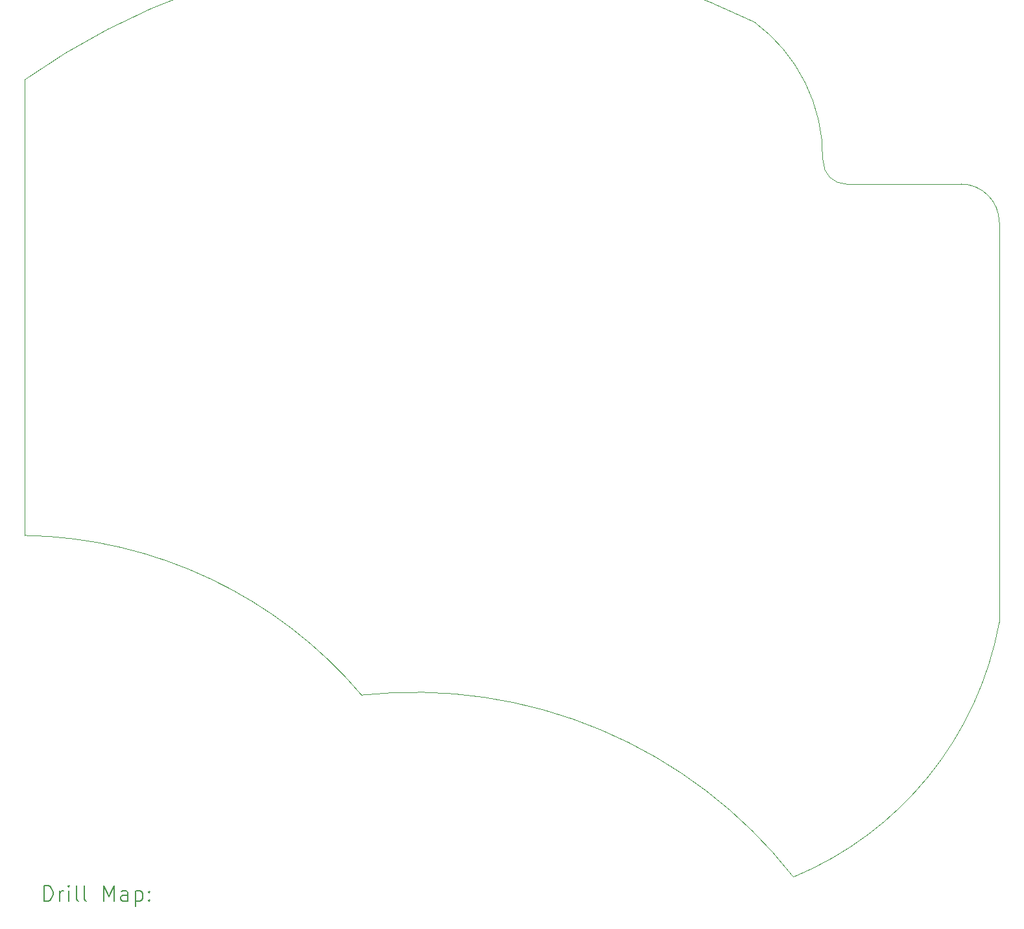
<source format=gbr>
%FSLAX45Y45*%
G04 Gerber Fmt 4.5, Leading zero omitted, Abs format (unit mm)*
G04 Created by KiCad (PCBNEW (6.0.4-0)) date 2022-05-15 19:58:28*
%MOMM*%
%LPD*%
G01*
G04 APERTURE LIST*
%TA.AperFunction,Profile*%
%ADD10C,0.050000*%
%TD*%
%ADD11C,0.200000*%
G04 APERTURE END LIST*
D10*
X18194931Y-6960571D02*
X18200000Y-6975000D01*
X18200000Y-6975000D02*
G75*
G03*
X18500000Y-7275000I300000J0D01*
G01*
X20500000Y-7775000D02*
X20500000Y-13000000D01*
X7774954Y-5914571D02*
X7779480Y-11863649D01*
X18500000Y-7275000D02*
X20000000Y-7275000D01*
X18194932Y-6960571D02*
G75*
G03*
X17303750Y-5159375I-2197522J33791D01*
G01*
X20500000Y-7775000D02*
G75*
G03*
X20000000Y-7275000I-500000J0D01*
G01*
X12174926Y-13949323D02*
G75*
G03*
X7779480Y-11863649I-4496261J-3801207D01*
G01*
X17303750Y-5159375D02*
G75*
G03*
X7774954Y-5914571I-4127500J-8413750D01*
G01*
X17812861Y-16325288D02*
G75*
G03*
X12174925Y-13949323I-4949949J-3868630D01*
G01*
X17812861Y-16325288D02*
G75*
G03*
X20500000Y-13000000I-1704573J4125824D01*
G01*
D11*
X8030073Y-16638264D02*
X8030073Y-16438264D01*
X8077692Y-16438264D01*
X8106264Y-16447788D01*
X8125311Y-16466836D01*
X8134835Y-16485883D01*
X8144359Y-16523979D01*
X8144359Y-16552550D01*
X8134835Y-16590645D01*
X8125311Y-16609693D01*
X8106264Y-16628740D01*
X8077692Y-16638264D01*
X8030073Y-16638264D01*
X8230073Y-16638264D02*
X8230073Y-16504931D01*
X8230073Y-16543026D02*
X8239597Y-16523979D01*
X8249121Y-16514455D01*
X8268168Y-16504931D01*
X8287216Y-16504931D01*
X8353883Y-16638264D02*
X8353883Y-16504931D01*
X8353883Y-16438264D02*
X8344359Y-16447788D01*
X8353883Y-16457312D01*
X8363406Y-16447788D01*
X8353883Y-16438264D01*
X8353883Y-16457312D01*
X8477692Y-16638264D02*
X8458645Y-16628740D01*
X8449121Y-16609693D01*
X8449121Y-16438264D01*
X8582454Y-16638264D02*
X8563406Y-16628740D01*
X8553883Y-16609693D01*
X8553883Y-16438264D01*
X8811026Y-16638264D02*
X8811026Y-16438264D01*
X8877692Y-16581121D01*
X8944359Y-16438264D01*
X8944359Y-16638264D01*
X9125311Y-16638264D02*
X9125311Y-16533502D01*
X9115787Y-16514455D01*
X9096740Y-16504931D01*
X9058645Y-16504931D01*
X9039597Y-16514455D01*
X9125311Y-16628740D02*
X9106264Y-16638264D01*
X9058645Y-16638264D01*
X9039597Y-16628740D01*
X9030073Y-16609693D01*
X9030073Y-16590645D01*
X9039597Y-16571598D01*
X9058645Y-16562074D01*
X9106264Y-16562074D01*
X9125311Y-16552550D01*
X9220549Y-16504931D02*
X9220549Y-16704931D01*
X9220549Y-16514455D02*
X9239597Y-16504931D01*
X9277692Y-16504931D01*
X9296740Y-16514455D01*
X9306264Y-16523979D01*
X9315787Y-16543026D01*
X9315787Y-16600169D01*
X9306264Y-16619217D01*
X9296740Y-16628740D01*
X9277692Y-16638264D01*
X9239597Y-16638264D01*
X9220549Y-16628740D01*
X9401502Y-16619217D02*
X9411026Y-16628740D01*
X9401502Y-16638264D01*
X9391978Y-16628740D01*
X9401502Y-16619217D01*
X9401502Y-16638264D01*
X9401502Y-16514455D02*
X9411026Y-16523979D01*
X9401502Y-16533502D01*
X9391978Y-16523979D01*
X9401502Y-16514455D01*
X9401502Y-16533502D01*
M02*

</source>
